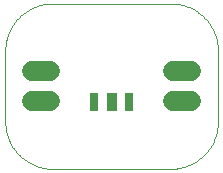
<source format=gts>
G04 EAGLE Gerber RS-274X export*
G75*
%MOMM*%
%FSLAX35Y35*%
%LPD*%
%INsolder_mask_top*%
%IPPOS*%
%AMOC8*
5,1,8,0,0,1.08239X$1,22.5*%
G01*
%ADD10C,0.000000*%
%ADD11R,0.773200X1.603200*%
%ADD12R,0.853200X1.603200*%
%ADD13C,1.727200*%


D10*
X400000Y0D02*
X1400000Y0D01*
X1800000Y400000D02*
X1800000Y1000000D01*
X1400000Y1400000D02*
X400000Y1400000D01*
X0Y1000000D02*
X0Y400000D01*
X1400000Y1400000D02*
X1409665Y1399883D01*
X1419325Y1399533D01*
X1428974Y1398949D01*
X1438606Y1398133D01*
X1448215Y1397084D01*
X1457796Y1395803D01*
X1467343Y1394290D01*
X1476851Y1392548D01*
X1486314Y1390576D01*
X1495726Y1388377D01*
X1505083Y1385950D01*
X1514378Y1383298D01*
X1523607Y1380423D01*
X1532763Y1377325D01*
X1541842Y1374006D01*
X1550838Y1370470D01*
X1559746Y1366717D01*
X1568560Y1362750D01*
X1577277Y1358571D01*
X1585889Y1354182D01*
X1594393Y1349587D01*
X1602784Y1344788D01*
X1611056Y1339787D01*
X1619205Y1334588D01*
X1627226Y1329194D01*
X1635114Y1323607D01*
X1642865Y1317831D01*
X1650474Y1311870D01*
X1657937Y1305726D01*
X1665249Y1299404D01*
X1672406Y1292907D01*
X1679405Y1286240D01*
X1686240Y1279405D01*
X1692907Y1272406D01*
X1699404Y1265249D01*
X1705726Y1257937D01*
X1711870Y1250474D01*
X1717831Y1242865D01*
X1723607Y1235114D01*
X1729194Y1227226D01*
X1734588Y1219205D01*
X1739787Y1211056D01*
X1744788Y1202784D01*
X1749587Y1194393D01*
X1754182Y1185889D01*
X1758571Y1177277D01*
X1762750Y1168560D01*
X1766717Y1159746D01*
X1770470Y1150838D01*
X1774006Y1141842D01*
X1777325Y1132763D01*
X1780423Y1123607D01*
X1783298Y1114378D01*
X1785950Y1105083D01*
X1788377Y1095726D01*
X1790576Y1086314D01*
X1792548Y1076851D01*
X1794290Y1067343D01*
X1795803Y1057796D01*
X1797084Y1048215D01*
X1798133Y1038606D01*
X1798949Y1028974D01*
X1799533Y1019325D01*
X1799883Y1009665D01*
X1800000Y1000000D01*
X400000Y1400000D02*
X390335Y1399883D01*
X380675Y1399533D01*
X371026Y1398949D01*
X361394Y1398133D01*
X351785Y1397084D01*
X342204Y1395803D01*
X332657Y1394290D01*
X323149Y1392548D01*
X313686Y1390576D01*
X304274Y1388377D01*
X294917Y1385950D01*
X285622Y1383298D01*
X276393Y1380423D01*
X267237Y1377325D01*
X258158Y1374006D01*
X249162Y1370470D01*
X240254Y1366717D01*
X231440Y1362750D01*
X222723Y1358571D01*
X214111Y1354182D01*
X205607Y1349587D01*
X197216Y1344788D01*
X188944Y1339787D01*
X180795Y1334588D01*
X172774Y1329194D01*
X164886Y1323607D01*
X157135Y1317831D01*
X149526Y1311870D01*
X142063Y1305726D01*
X134751Y1299404D01*
X127594Y1292907D01*
X120595Y1286240D01*
X113760Y1279405D01*
X107093Y1272406D01*
X100596Y1265249D01*
X94274Y1257937D01*
X88130Y1250474D01*
X82169Y1242865D01*
X76393Y1235114D01*
X70806Y1227226D01*
X65412Y1219205D01*
X60213Y1211056D01*
X55212Y1202784D01*
X50413Y1194393D01*
X45818Y1185889D01*
X41429Y1177277D01*
X37250Y1168560D01*
X33283Y1159746D01*
X29530Y1150838D01*
X25994Y1141842D01*
X22675Y1132763D01*
X19577Y1123607D01*
X16702Y1114378D01*
X14050Y1105083D01*
X11623Y1095726D01*
X9424Y1086314D01*
X7452Y1076851D01*
X5710Y1067343D01*
X4197Y1057796D01*
X2916Y1048215D01*
X1867Y1038606D01*
X1051Y1028974D01*
X467Y1019325D01*
X117Y1009665D01*
X0Y1000000D01*
X0Y400000D02*
X117Y390335D01*
X467Y380675D01*
X1051Y371026D01*
X1867Y361394D01*
X2916Y351785D01*
X4197Y342204D01*
X5710Y332657D01*
X7452Y323149D01*
X9424Y313686D01*
X11623Y304274D01*
X14050Y294917D01*
X16702Y285622D01*
X19577Y276393D01*
X22675Y267237D01*
X25994Y258158D01*
X29530Y249162D01*
X33283Y240254D01*
X37250Y231440D01*
X41429Y222723D01*
X45818Y214111D01*
X50413Y205607D01*
X55212Y197216D01*
X60213Y188944D01*
X65412Y180795D01*
X70806Y172774D01*
X76393Y164886D01*
X82169Y157135D01*
X88130Y149526D01*
X94274Y142063D01*
X100596Y134751D01*
X107093Y127594D01*
X113760Y120595D01*
X120595Y113760D01*
X127594Y107093D01*
X134751Y100596D01*
X142063Y94274D01*
X149526Y88130D01*
X157135Y82169D01*
X164886Y76393D01*
X172774Y70806D01*
X180795Y65412D01*
X188944Y60213D01*
X197216Y55212D01*
X205607Y50413D01*
X214111Y45818D01*
X222723Y41429D01*
X231440Y37250D01*
X240254Y33283D01*
X249162Y29530D01*
X258158Y25994D01*
X267237Y22675D01*
X276393Y19577D01*
X285622Y16702D01*
X294917Y14050D01*
X304274Y11623D01*
X313686Y9424D01*
X323149Y7452D01*
X332657Y5710D01*
X342204Y4197D01*
X351785Y2916D01*
X361394Y1867D01*
X371026Y1051D01*
X380675Y467D01*
X390335Y117D01*
X400000Y0D01*
X1400000Y0D02*
X1409665Y117D01*
X1419325Y467D01*
X1428974Y1051D01*
X1438606Y1867D01*
X1448215Y2916D01*
X1457796Y4197D01*
X1467343Y5710D01*
X1476851Y7452D01*
X1486314Y9424D01*
X1495726Y11623D01*
X1505083Y14050D01*
X1514378Y16702D01*
X1523607Y19577D01*
X1532763Y22675D01*
X1541842Y25994D01*
X1550838Y29530D01*
X1559746Y33283D01*
X1568560Y37250D01*
X1577277Y41429D01*
X1585889Y45818D01*
X1594393Y50413D01*
X1602784Y55212D01*
X1611056Y60213D01*
X1619205Y65412D01*
X1627226Y70806D01*
X1635114Y76393D01*
X1642865Y82169D01*
X1650474Y88130D01*
X1657937Y94274D01*
X1665249Y100596D01*
X1672406Y107093D01*
X1679405Y113760D01*
X1686240Y120595D01*
X1692907Y127594D01*
X1699404Y134751D01*
X1705726Y142063D01*
X1711870Y149526D01*
X1717831Y157135D01*
X1723607Y164886D01*
X1729194Y172774D01*
X1734588Y180795D01*
X1739787Y188944D01*
X1744788Y197216D01*
X1749587Y205607D01*
X1754182Y214111D01*
X1758571Y222723D01*
X1762750Y231440D01*
X1766717Y240254D01*
X1770470Y249162D01*
X1774006Y258158D01*
X1777325Y267237D01*
X1780423Y276393D01*
X1783298Y285622D01*
X1785950Y294917D01*
X1788377Y304274D01*
X1790576Y313686D01*
X1792548Y323149D01*
X1794290Y332657D01*
X1795803Y342204D01*
X1797084Y351785D01*
X1798133Y361394D01*
X1798949Y371026D01*
X1799533Y380675D01*
X1799883Y390335D01*
X1800000Y400000D01*
D11*
X750000Y568500D03*
X1050000Y568500D03*
D12*
X900000Y568500D03*
D13*
X376200Y573000D02*
X223800Y573000D01*
X223800Y827000D02*
X376200Y827000D01*
X1423800Y573000D02*
X1576200Y573000D01*
X1576200Y827000D02*
X1423800Y827000D01*
M02*

</source>
